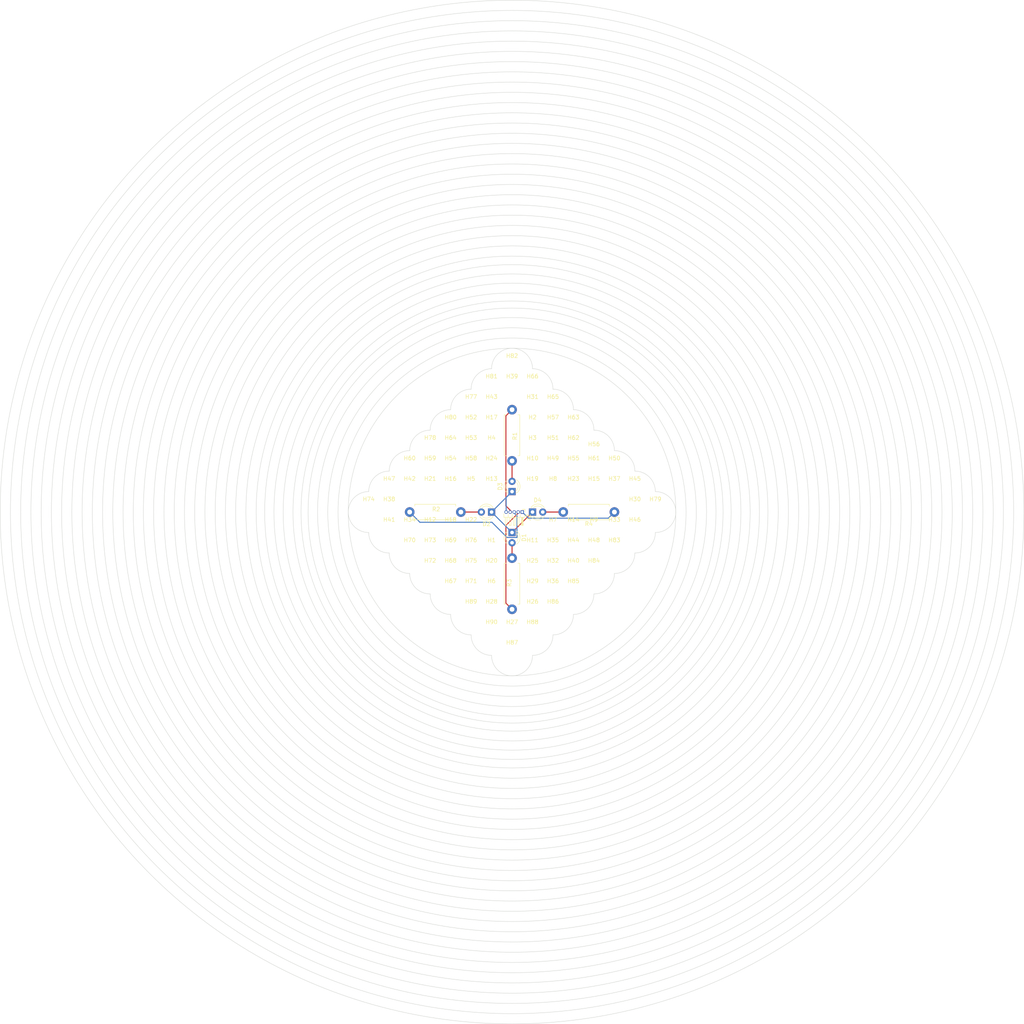
<source format=kicad_pcb>
(kicad_pcb (version 20221018) (generator pcbnew)
  (layers (0 "F.Cu" signal) (31 "B.Cu" signal) (34 "B.Paste" user) (35 "F.Paste" user) (36 "B.SilkS" user "B.Silkscreen") (37 "F.SilkS" user "F.Silkscreen") (38 "B.Mask" user) (39 "F.Mask" user) (44 "Edge.Cuts" user))
  (net 0 "")
  (net 1 "Net-(D1-K)")
  (net 2 "Net-(D1-A)")
  (net 3 "Net-(D2-A)")
  (net 4 "Net-(D3-A)")
  (net 5 "Net-(D4-A)")
  (net 6 "Net-(J2-Pin_4)")
  (net 7 "Net-(J2-Pin_3)")
  (net 8 "Net-(J2-Pin_2)")
  (net 9 "Net-(J2-Pin_1)")
  (footprint "MountingHole:MountingHole_2.2mm_M2" (layer "F.Cu") (at 129.54 71.12)
    (fp_text reference "H21" (at 0 -3.2) (layer "F.SilkS"))
    (fp_text value "MountingHole")
    (pad "" np_thru_hole circle (at 0 0) (size 2.2 2.2) (drill 2.2) (layers "*.Cu" "*.Mask"))
  )
  (footprint "MountingHole:MountingHole_2.2mm_M2" (layer "F.Cu") (at 160.02 60.96)
    (fp_text reference "H51" (at 0 -3.2) (layer "F.SilkS"))
    (fp_text value "MountingHole")
    (pad "" np_thru_hole circle (at 0 0) (size 2.2 2.2) (drill 2.2) (layers "*.Cu" "*.Mask"))
  )
  (footprint "MountingHole:MountingHole_2.2mm_M2" (layer "F.Cu") (at 165.1 81.28)
    (fp_text reference "H14" (at 0 -3.2) (layer "F.SilkS"))
    (fp_text value "MountingHole")
    (pad "" np_thru_hole circle (at 0 0) (size 2.2 2.2) (drill 2.2) (layers "*.Cu" "*.Mask"))
  )
  (footprint "MountingHole:MountingHole_2.2mm_M2" (layer "F.Cu") (at 165.1 86.36)
    (fp_text reference "H44" (at 0 -3.2) (layer "F.SilkS"))
    (fp_text value "MountingHole")
    (pad "" np_thru_hole circle (at 0 0) (size 2.2 2.2) (drill 2.2) (layers "*.Cu" "*.Mask"))
  )
  (footprint "MountingHole:MountingHole_2.2mm_M2" (layer "F.Cu") (at 144.78 106.68)
    (fp_text reference "H90" (at 0 -3.2) (layer "F.SilkS"))
    (fp_text value "MountingHole")
    (pad "" np_thru_hole circle (at 0 0) (size 2.2 2.2) (drill 2.2) (layers "*.Cu" "*.Mask"))
  )
  (footprint "MountingHole:MountingHole_2.2mm_M2" (layer "F.Cu") (at 124.46 86.36)
    (fp_text reference "H70" (at 0 -3.2) (layer "F.SilkS"))
    (fp_text value "MountingHole")
    (pad "" np_thru_hole circle (at 0 0) (size 2.2 2.2) (drill 2.2) (layers "*.Cu" "*.Mask"))
  )
  (footprint "MountingHole:MountingHole_2.2mm_M2" (layer "F.Cu") (at 170.18 60.96)
    (fp_text reference "H56" (at 0 -1.6) (layer "F.SilkS"))
    (fp_text value "MountingHole")
    (pad "" np_thru_hole circle (at 0 0) (size 2.2 2.2) (drill 2.2) (layers "*.Cu" "*.Mask"))
  )
  (footprint "MountingHole:MountingHole_2.2mm_M2" (layer "F.Cu") (at 139.7 86.36)
    (fp_text reference "H76" (at 0 -3.2) (layer "F.SilkS"))
    (fp_text value "MountingHole")
    (pad "" np_thru_hole circle (at 0 0) (size 2.2 2.2) (drill 2.2) (layers "*.Cu" "*.Mask"))
  )
  (footprint "MountingHole:MountingHole_2.2mm_M2" (layer "F.Cu") (at 124.46 71.12)
    (fp_text reference "H42" (at 0 -3.2) (layer "F.SilkS"))
    (fp_text value "MountingHole")
    (pad "" np_thru_hole circle (at 0 0) (size 2.2 2.2) (drill 2.2) (layers "*.Cu" "*.Mask"))
  )
  (footprint "MountingHole:MountingHole_2.2mm_M2" (layer "F.Cu") (at 144.78 45.72)
    (fp_text reference "H81" (at 0 -3.2) (layer "F.SilkS"))
    (fp_text value "MountingHole")
    (pad "" np_thru_hole circle (at 0 0) (size 2.2 2.2) (drill 2.2) (layers "*.Cu" "*.Mask"))
  )
  (footprint "MountingHole:MountingHole_2.2mm_M2" (layer "F.Cu") (at 134.62 55.88)
    (fp_text reference "H80" (at 0 -3.2) (layer "F.SilkS"))
    (fp_text value "MountingHole")
    (pad "" np_thru_hole circle (at 0 0) (size 2.2 2.2) (drill 2.2) (layers "*.Cu" "*.Mask"))
  )
  (footprint "MountingHole:MountingHole_2.2mm_M2" (layer "F.Cu") (at 139.7 55.88)
    (fp_text reference "H52" (at 0 -3.2) (layer "F.SilkS"))
    (fp_text value "MountingHole")
    (pad "" np_thru_hole circle (at 0 0) (size 2.2 2.2) (drill 2.2) (layers "*.Cu" "*.Mask"))
  )
  (footprint "MountingHole:MountingHole_2.2mm_M2" (layer "F.Cu") (at 154.94 50.8)
    (fp_text reference "H31" (at 0 -3.2) (layer "F.SilkS"))
    (fp_text value "MountingHole")
    (pad "" np_thru_hole circle (at 0 0) (size 2.2 2.2) (drill 2.2) (layers "*.Cu" "*.Mask"))
  )
  (footprint "LED_THT:LED_D3.0mm" (layer "F.Cu") (at 144.78 76.2 180)
    (fp_text reference "D2" (at 1.27 -2.96) (layer "F.SilkS"))
    (fp_text value "LED")
    (fp_line (start -0.29 -1.236) (end -0.29 -1.08) (stroke (width 0.12)) (layer "F.SilkS"))
    (fp_line (start -0.29 1.08) (end -0.29 1.236) (stroke (width 0.12)) (layer "F.SilkS"))
    (fp_arc (start -0.29 -1.235516) (mid 1.366487 -1.987659) (end 2.942335 -1.078608) (stroke (width 0.12)) (layer "F.SilkS"))
    (fp_arc (start 0.229039 -1.08) (mid 1.270117 -1.5) (end 2.31113 -1.079837) (stroke (width 0.12)) (layer "F.SilkS"))
    (fp_arc (start 2.31113 1.079837) (mid 1.270117 1.5) (end 0.229039 1.08) (stroke (width 0.12)) (layer "F.SilkS"))
    (fp_arc (start 2.942335 1.078608) (mid 1.366487 1.987659) (end -0.29 1.235516) (stroke (width 0.12)) (layer "F.SilkS"))
    (pad "1" thru_hole rect (at 0 0 180) (size 1.8 1.8) (drill 0.9) (layers "*.Cu" "*.Mask") (net 1 "Net-(D1-K)"))
    (pad "2" thru_hole circle (at 2.54 0 180) (size 1.8 1.8) (drill 0.9) (layers "*.Cu" "*.Mask") (net 3 "Net-(D2-A)"))
  )
  (footprint "MountingHole:MountingHole_2.2mm_M2" (layer "F.Cu") (at 149.86 45.72)
    (fp_text reference "H39" (at 0 -3.2) (layer "F.SilkS"))
    (fp_text value "MountingHole")
    (pad "" np_thru_hole circle (at 0 0) (size 2.2 2.2) (drill 2.2) (layers "*.Cu" "*.Mask"))
  )
  (footprint "MountingHole:MountingHole_2.2mm_M2" (layer "F.Cu") (at 129.54 66.04)
    (fp_text reference "H59" (at 0 -3.2) (layer "F.SilkS"))
    (fp_text value "MountingHole")
    (pad "" np_thru_hole circle (at 0 0) (size 2.2 2.2) (drill 2.2) (layers "*.Cu" "*.Mask"))
  )
  (footprint "MountingHole:MountingHole_2.2mm_M2" (layer "F.Cu") (at 175.26 86.36)
    (fp_text reference "H83" (at 0 -3.2) (layer "F.SilkS"))
    (fp_text value "MountingHole")
    (pad "" np_thru_hole circle (at 0 0) (size 2.2 2.2) (drill 2.2) (layers "*.Cu" "*.Mask"))
  )
  (footprint "MountingHole:MountingHole_2.2mm_M2" (layer "F.Cu") (at 175.26 66.04)
    (fp_text reference "H50" (at 0 -3.2) (layer "F.SilkS"))
    (fp_text value "MountingHole")
    (pad "" np_thru_hole circle (at 0 0) (size 2.2 2.2) (drill 2.2) (layers "*.Cu" "*.Mask"))
  )
  (footprint "MountingHole:MountingHole_2.2mm_M2" (layer "F.Cu") (at 154.94 101.6)
    (fp_text reference "H26" (at 0 -3.2) (layer "F.SilkS"))
    (fp_text value "MountingHole")
    (pad "" np_thru_hole circle (at 0 0) (size 2.2 2.2) (drill 2.2) (layers "*.Cu" "*.Mask"))
  )
  (footprint "MountingHole:MountingHole_2.2mm_M2" (layer "F.Cu") (at 139.7 101.6)
    (fp_text reference "H89" (at 0 -3.2) (layer "F.SilkS"))
    (fp_text value "MountingHole")
    (pad "" np_thru_hole circle (at 0 0) (size 2.2 2.2) (drill 2.2) (layers "*.Cu" "*.Mask"))
  )
  (footprint "MountingHole:MountingHole_2.2mm_M2" (layer "F.Cu") (at 144.78 101.6)
    (fp_text reference "H28" (at 0 -3.2) (layer "F.SilkS"))
    (fp_text value "MountingHole")
    (pad "" np_thru_hole circle (at 0 0) (size 2.2 2.2) (drill 2.2) (layers "*.Cu" "*.Mask"))
  )
  (footprint "MountingHole:MountingHole_2.2mm_M2" (layer "F.Cu") (at 149.86 106.68)
    (fp_text reference "H27" (at 0 -3.2) (layer "F.SilkS"))
    (fp_text value "MountingHole")
    (pad "" np_thru_hole circle (at 0 0) (size 2.2 2.2) (drill 2.2) (layers "*.Cu" "*.Mask"))
  )
  (footprint "MountingHole:MountingHole_2.2mm_M2" (layer "F.Cu") (at 119.38 71.12)
    (fp_text reference "H47" (at 0 -3.2) (layer "F.SilkS"))
    (fp_text value "MountingHole")
    (pad "" np_thru_hole circle (at 0 0) (size 2.2 2.2) (drill 2.2) (layers "*.Cu" "*.Mask"))
  )
  (footprint "MountingHole:MountingHole_2.2mm_M2" (layer "F.Cu") (at 129.54 91.44)
    (fp_text reference "H72" (at 0 -3.2) (layer "F.SilkS"))
    (fp_text value "MountingHole")
    (pad "" np_thru_hole circle (at 0 0) (size 2.2 2.2) (drill 2.2) (layers "*.Cu" "*.Mask"))
  )
  (footprint "MountingHole:MountingHole_2.2mm_M2" (layer "F.Cu") (at 144.78 60.96)
    (fp_text reference "H4" (at 0 -3.2) (layer "F.SilkS"))
    (fp_text value "MountingHole")
    (pad "" np_thru_hole circle (at 0 0) (size 2.2 2.2) (drill 2.2) (layers "*.Cu" "*.Mask"))
  )
  (footprint "Resistor_THT:R_Axial_DIN0411_L9.9mm_D3.6mm_P12.70mm_Horizontal" (layer "F.Cu") (at 149.86 100.33 90)
    (fp_text reference "R3" (at 6.57 -0.7 90) (layer "F.SilkS"))
    (fp_text value "R")
    (fp_line (start 1.28 -1.92) (end 11.42 -1.92) (stroke (width 0.12)) (layer "F.SilkS"))
    (fp_line (start 1.28 -1.44) (end 1.28 -1.92) (stroke (width 0.12)) (layer "F.SilkS"))
    (fp_line (start 1.28 1.44) (end 1.28 1.92) (stroke (width 0.12)) (layer "F.SilkS"))
    (fp_line (start 1.28 1.92) (end 11.42 1.92) (stroke (width 0.12)) (layer "F.SilkS"))
    (fp_line (start 11.42 -1.92) (end 11.42 -1.44) (stroke (width 0.12)) (layer "F.SilkS"))
    (fp_line (start 11.42 1.92) (end 11.42 1.44) (stroke (width 0.12)) (layer "F.SilkS"))
    (pad "1" thru_hole circle (at 0 0 90) (size 2.4 2.4) (drill 1.2) (layers "*.Cu" "*.Mask") (net 8 "Net-(J2-Pin_2)"))
    (pad "2" thru_hole oval (at 12.7 0 90) (size 2.4 2.4) (drill 1.2) (layers "*.Cu" "*.Mask") (net 2 "Net-(D1-A)"))
  )
  (footprint "MountingHole:MountingHole_2.2mm_M2" (layer "F.Cu") (at 139.7 71.12)
    (fp_text reference "H5" (at 0 -3.2) (layer "F.SilkS"))
    (fp_text value "MountingHole")
    (pad "" np_thru_hole circle (at 0 0) (size 2.2 2.2) (drill 2.2) (layers "*.Cu" "*.Mask"))
  )
  (footprint "MountingHole:MountingHole_2.2mm_M2" (layer "F.Cu") (at 139.7 81.28)
    (fp_text reference "H22" (at 0 -3.2) (layer "F.SilkS"))
    (fp_text value "MountingHole")
    (pad "" np_thru_hole circle (at 0 0) (size 2.2 2.2) (drill 2.2) (layers "*.Cu" "*.Mask"))
  )
  (footprint "MountingHole:MountingHole_2.2mm_M2" (layer "F.Cu") (at 170.18 86.36)
    (fp_text reference "H48" (at 0 -3.2) (layer "F.SilkS"))
    (fp_text value "MountingHole")
    (pad "" np_thru_hole circle (at 0 0) (size 2.2 2.2) (drill 2.2) (layers "*.Cu" "*.Mask"))
  )
  (footprint "MountingHole:MountingHole_2.2mm_M2" (layer "F.Cu") (at 139.7 91.44)
    (fp_text reference "H75" (at 0 -3.2) (layer "F.SilkS"))
    (fp_text value "MountingHole")
    (pad "" np_thru_hole circle (at 0 0) (size 2.2 2.2) (drill 2.2) (layers "*.Cu" "*.Mask"))
  )
  (footprint "MountingHole:MountingHole_2.2mm_M2" (layer "F.Cu") (at 160.02 91.44)
    (fp_text reference "H32" (at 0 -3.2) (layer "F.SilkS"))
    (fp_text value "MountingHole")
    (pad "" np_thru_hole circle (at 0 0) (size 2.2 2.2) (drill 2.2) (layers "*.Cu" "*.Mask"))
  )
  (footprint "MountingHole:MountingHole_2.2mm_M2" (layer "F.Cu") (at 134.62 86.36)
    (fp_text reference "H69" (at 0 -3.2) (layer "F.SilkS"))
    (fp_text value "MountingHole")
    (pad "" np_thru_hole circle (at 0 0) (size 2.2 2.2) (drill 2.2) (layers "*.Cu" "*.Mask"))
  )
  (footprint "MountingHole:MountingHole_2.2mm_M2" (layer "F.Cu") (at 160.02 55.88)
    (fp_text reference "H57" (at 0 -3.2) (layer "F.SilkS"))
    (fp_text value "MountingHole")
    (pad "" np_thru_hole circle (at 0 0) (size 2.2 2.2) (drill 2.2) (layers "*.Cu" "*.Mask"))
  )
  (footprint "MountingHole:MountingHole_2.2mm_M2" (layer "F.Cu") (at 139.7 96.52)
    (fp_text reference "H71" (at 0 -3.2) (layer "F.SilkS"))
    (fp_text value "MountingHole")
    (pad "" np_thru_hole circle (at 0 0) (size 2.2 2.2) (drill 2.2) (layers "*.Cu" "*.Mask"))
  )
  (footprint "MountingHole:MountingHole_2.2mm_M2" (layer "F.Cu") (at 154.94 106.68)
    (fp_text reference "H88" (at 0 -3.2) (layer "F.SilkS"))
    (fp_text value "MountingHole")
    (pad "" np_thru_hole circle (at 0 0) (size 2.2 2.2) (drill 2.2) (layers "*.Cu" "*.Mask"))
  )
  (footprint "MountingHole:MountingHole_2.2mm_M2" (layer "F.Cu") (at 129.54 81.28)
    (fp_text reference "H12" (at 0 -3.2) (layer "F.SilkS"))
    (fp_text value "MountingHole")
    (pad "" np_thru_hole circle (at 0 0) (size 2.2 2.2) (drill 2.2) (layers "*.Cu" "*.Mask"))
  )
  (footprint "MountingHole:MountingHole_2.2mm_M2" (layer "F.Cu") (at 180.34 76.2)
    (fp_text reference "H30" (at 0 -3.2) (layer "F.SilkS"))
    (fp_text value "MountingHole")
    (pad "" np_thru_hole circle (at 0 0) (size 2.2 2.2) (drill 2.2) (layers "*.Cu" "*.Mask"))
  )
  (footprint "MountingHole:MountingHole_2.2mm_M2" (layer "F.Cu") (at 154.94 55.88)
    (fp_text reference "H2" (at 0 -3.2) (layer "F.SilkS"))
    (fp_text value "MountingHole")
    (pad "" np_thru_hole circle (at 0 0) (size 2.2 2.2) (drill 2.2) (layers "*.Cu" "*.Mask"))
  )
  (footprint "MountingHole:MountingHole_2.2mm_M2" (layer "F.Cu") (at 170.18 91.44)
    (fp_text reference "H84" (at 0 -3.2) (layer "F.SilkS"))
    (fp_text value "MountingHole")
    (pad "" np_thru_hole circle (at 0 0) (size 2.2 2.2) (drill 2.2) (layers "*.Cu" "*.Mask"))
  )
  (footprint "MountingHole:MountingHole_2.2mm_M2" (layer "F.Cu") (at 175.26 81.28)
    (fp_text reference "H33" (at 0 -3.2) (layer "F.SilkS"))
    (fp_text value "MountingHole")
    (pad "" np_thru_hole circle (at 0 0) (size 2.2 2.2) (drill 2.2) (layers "*.Cu" "*.Mask"))
  )
  (footprint "MountingHole:MountingHole_2.2mm_M2" (layer "F.Cu") (at 160.02 101.6)
    (fp_text reference "H86" (at 0 -3.2) (layer "F.SilkS"))
    (fp_text value "MountingHole")
    (pad "" np_thru_hole circle (at 0 0) (size 2.2 2.2) (drill 2.2) (layers "*.Cu" "*.Mask"))
  )
  (footprint "MountingHole:MountingHole_2.2mm_M2" (layer "F.Cu") (at 154.94 66.04)
    (fp_text reference "H10" (at 0 -3.2) (layer "F.SilkS"))
    (fp_text value "MountingHole")
    (pad "" np_thru_hole circle (at 0 0) (size 2.2 2.2) (drill 2.2) (layers "*.Cu" "*.Mask"))
  )
  (footprint "MountingHole:MountingHole_2.2mm_M2" (layer "F.Cu") (at 114.3 76.2)
    (fp_text reference "H74" (at 0 -3.2) (layer "F.SilkS"))
    (fp_text value "MountingHole")
    (pad "" np_thru_hole circle (at 0 0) (size 2.2 2.2) (drill 2.2) (layers "*.Cu" "*.Mask"))
  )
  (footprint "MountingHole:MountingHole_2.2mm_M2" (layer "F.Cu") (at 160.02 86.36)
    (fp_text reference "H35" (at 0 -3.2) (layer "F.SilkS"))
    (fp_text value "MountingHole")
    (pad "" np_thru_hole circle (at 0 0) (size 2.2 2.2) (drill 2.2) (layers "*.Cu" "*.Mask"))
  )
  (footprint "MountingHole:MountingHole_2.2mm_M2" (layer "F.Cu") (at 119.38 81.28)
    (fp_text reference "H41" (at 0 -3.2) (layer "F.SilkS"))
    (fp_text value "MountingHole")
    (pad "" np_thru_hole circle (at 0 0) (size 2.2 2.2) (drill 2.2) (layers "*.Cu" "*.Mask"))
  )
  (footprint "MountingHole:MountingHole_2.2mm_M2" (layer "F.Cu") (at 144.78 66.04)
    (fp_text reference "H24" (at 0 -3.2) (layer "F.SilkS"))
    (fp_text value "MountingHole")
    (pad "" np_thru_hole circle (at 0 0) (size 2.2 2.2) (drill 2.2) (layers "*.Cu" "*.Mask"))
  )
  (footprint "MountingHole:MountingHole_2.2mm_M2" (layer "F.Cu") (at 165.1 71.12)
    (fp_text reference "H23" (at 0 -3.2) (layer "F.SilkS"))
    (fp_text value "MountingHole")
    (pad "" np_thru_hole circle (at 0 0) (size 2.2 2.2) (drill 2.2) (layers "*.Cu" "*.Mask"))
  )
  (footprint "MountingHole:MountingHole_2.2mm_M2" (layer "F.Cu") (at 170.18 81.28)
    (fp_text reference "H9" (at 0 -3.2) (layer "F.SilkS"))
    (fp_text value "MountingHole")
    (pad "" np_thru_hole circle (at 0 0) (size 2.2 2.2) (drill 2.2) (layers "*.Cu" "*.Mask"))
  )
  (footprint "MountingHole:MountingHole_2.2mm_M2" (layer "F.Cu") (at 154.94 86.36)
    (fp_text reference "H11" (at 0 -3.2) (layer "F.SilkS"))
    (fp_text value "MountingHole")
    (pad "" np_thru_hole circle (at 0 0) (size 2.2 2.2) (drill 2.2) (layers "*.Cu" "*.Mask"))
  )
  (footprint "MountingHole:MountingHole_2.2mm_M2" (layer "F.Cu") (at 160.02 96.52)
    (fp_text reference "H36" (at 0 -3.2) (layer "F.SilkS"))
    (fp_text value "MountingHole")
    (pad "" np_thru_hole circle (at 0 0) (size 2.2 2.2) (drill 2.2) (layers "*.Cu" "*.Mask"))
  )
  (footprint "MountingHole:MountingHole_2.2mm_M2" (layer "F.Cu") (at 119.38 76.2)
    (fp_text reference "H38" (at 0 -3.2) (layer "F.SilkS"))
    (fp_text value "MountingHole")
    (pad "" np_thru_hole circle (at 0 0) (size 2.2 2.2) (drill 2.2) (layers "*.Cu" "*.Mask"))
  )
  (footprint "MountingHole:MountingHole_2.2mm_M2" (layer "F.Cu") (at 149.86 40.64)
    (fp_text reference "H82" (at 0 -3.2) (layer "F.SilkS"))
    (fp_text value "MountingHole")
    (pad "" np_thru_hole circle (at 0 0) (size 2.2 2.2) (drill 2.2) (layers "*.Cu" "*.Mask"))
  )
  (footprint "MountingHole:MountingHole_2.2mm_M2" (layer "F.Cu") (at 134.62 96.52)
    (fp_text reference "H67" (at 0 -3.2) (layer "F.SilkS"))
    (fp_text value "MountingHole")
    (pad "" np_thru_hole circle (at 0 0) (size 2.2 2.2) (drill 2.2) (layers "*.Cu" "*.Mask"))
  )
  (footprint "MountingHole:MountingHole_2.2mm_M2" (layer "F.Cu") (at 160.02 50.8)
    (fp_text reference "H65" (at 0 -3.2) (layer "F.SilkS"))
    (fp_text value "MountingHole")
    (pad "" np_thru_hole circle (at 0 0) (size 2.2 2.2) (drill 2.2) (layers "*.Cu" "*.Mask"))
  )
  (footprint "MountingHole:MountingHole_2.2mm_M2" (layer "F.Cu") (at 154.94 71.12)
    (fp_text reference "H19" (at 0 -3.2) (layer "F.SilkS"))
    (fp_text value "MountingHole")
    (pad "" np_thru_hole circle (at 0 0) (size 2.2 2.2) (drill 2.2) (layers "*.Cu" "*.Mask"))
  )
  (footprint "MountingHole:MountingHole_2.2mm_M2" (layer "F.Cu") (at 160.02 71.12)
    (fp_text reference "H8" (at 0 -3.2) (layer "F.SilkS"))
    (fp_text value "MountingHole")
    (pad "" np_thru_hole circle (at 0 0) (size 2.2 2.2) (drill 2.2) (layers "*.Cu" "*.Mask"))
  )
  (footprint "Connector_PinHeader_1.00mm:PinHeader_1x05_P1.00mm_Horizontal" (layer "F.Cu") (at 152.4 76.2 -90)
    (fp_text reference "J2" (at 1.375 -1.5 90) (layer "F.SilkS"))
    (fp_text value "Conn_01x05")
    (fp_line (start -0.685 -0.685) (end 0 -0.685) (stroke (width 0.12)) (layer "F.SilkS"))
    (fp_line (start -0.685 0) (end -0.685 -0.685) (stroke (width 0.12)) (layer "F.SilkS"))
    (fp_line (start 0.468215 1.5) (end 1.31 1.5) (stroke (width 0.12)) (layer "F.SilkS"))
    (fp_line (start 0.468215 2.5) (end 1.31 2.5) (stroke (width 0.12)) (layer "F.SilkS"))
    (fp_line (start 0.468215 3.5) (end 1.31 3.5) (stroke (width 0.12)) (layer "F.SilkS"))
    (fp_line (start 0.685 -0.56) (end 1.31 -0.56) (stroke (width 0.12)) (layer "F.SilkS"))
    (fp_line (start 0.685 0.5) (end 1.31 0.5) (stroke (width 0.12)) (layer "F.SilkS"))
    (fp_line (start 1.31 -0.56) (end 1.31 4.56) (stroke (width 0.12)) (layer "F.SilkS"))
    (fp_line (start 1.31 -0.21) (end 3.31 -0.21) (stroke (width 0.12)) (layer "F.SilkS"))
    (fp_line (start 1.31 -0.15) (end 3.31 -0.15) (stroke (width 0.12)) (layer "F.SilkS"))
    (fp_line (start 1.31 -0.03) (end 3.31 -0.03) (stroke (width 0.12)) (layer "F.SilkS"))
    (fp_line (start 1.31 0.09) (end 3.31 0.09) (stroke (width 0.12)) (layer "F.SilkS"))
    (fp_line (start 1.31 0.79) (end 3.31 0.79) (stroke (width 0.12)) (layer "F.SilkS"))
    (fp_line (start 1.31 1.79) (end 3.31 1.79) (stroke (width 0.12)) (layer "F.SilkS"))
    (fp_line (start 1.31 2.79) (end 3.31 2.79) (stroke (width 0.12)) (layer "F.SilkS"))
    (fp_line (start 1.31 3.79) (end 3.31 3.79) (stroke (width 0.12)) (layer "F.SilkS"))
    (fp_line (start 1.31 4.56) (end 0.394493 4.56) (stroke (width 0.12)) (layer "F.SilkS"))
    (fp_line (start 3.31 -0.21) (end 3.31 0.21) (stroke (width 0.12)) (layer "F.SilkS"))
    (fp_line (start 3.31 0.21) (end 1.31 0.21) (stroke (width 0.12)) (layer "F.SilkS"))
    (fp_line (start 3.31 0.79) (end 3.31 1.21) (stroke (width 0.12)) (layer "F.SilkS"))
    (fp_line (start 3.31 1.21) (end 1.31 1.21) (stroke (width 0.12)) (layer "F.SilkS"))
    (fp_line (start 3.31 1.79) (end 3.31 2.21) (stroke (width 0.12)) (layer "F.SilkS"))
    (fp_line (start 3.31 2.21) (end 1.31 2.21) (stroke (width 0.12)) (layer "F.SilkS"))
    (fp_line (start 3.31 2.79) (end 3.31 3.21) (stroke (width 0.12)) (layer "F.SilkS"))
    (fp_line (start 3.31 3.21) (end 1.31 3.21) (stroke (width 0.12)) (layer "F.SilkS"))
    (fp_line (start 3.31 3.79) (end 3.31 4.21) (stroke (width 0.12)) (layer "F.SilkS"))
    (fp_line (start 3.31 4.21) (end 1.31 4.21) (stroke (width 0.12)) (layer "F.SilkS"))
    (pad "1" thru_hole rect (at 0 0 270) (size 0.85 0.85) (drill 0.5) (layers "*.Cu" "*.Mask") (net 9 "Net-(J2-Pin_1)"))
    (pad "2" thru_hole oval (at 0 1 270) (size 0.85 0.85) (drill 0.5) (layers "*.Cu" "*.Mask") (net 8 "Net-(J2-Pin_2)"))
    (pad "3" thru_hole oval (at 0 2 270) (size 0.85 0.85) (drill 0.5) (layers "*.Cu" "*.Mask") (net 7 "Net-(J2-Pin_3)"))
    (pad "4" thru_hole oval (at 0 3 270) (size 0.85 0.85) (drill 0.5) (layers "*.Cu" "*.Mask") (net 6 "Net-(J2-Pin_4)"))
    (pad "5" thru_hole oval (at 0 4 270) (size 0.85 0.85) (drill 0.5) (layers "*.Cu" "*.Mask") (net 1 "Net-(D1-K)"))
  )
  (footprint "MountingHole:MountingHole_2.2mm_M2" (layer "F.Cu") (at 175.26 71.12)
    (fp_text reference "H37" (at 0 -3.2) (layer "F.SilkS"))
    (fp_text value "MountingHole")
    (pad "" np_thru_hole circle (at 0 0) (size 2.2 2.2) (drill 2.2) (layers "*.Cu" "*.Mask"))
  )
  (footprint "MountingHole:MountingHole_2.2mm_M2" (layer "F.Cu") (at 144.78 55.88)
    (fp_text reference "H17" (at 0 -3.2) (layer "F.SilkS"))
    (fp_text value "MountingHole")
    (pad "" np_thru_hole circle (at 0 0) (size 2.2 2.2) (drill 2.2) (layers "*.Cu" "*.Mask"))
  )
  (footprint "MountingHole:MountingHole_2.2mm_M2" (layer "F.Cu") (at 134.62 60.96)
    (fp_text reference "H64" (at 0 -3.2) (layer "F.SilkS"))
    (fp_text value "MountingHole")
    (pad "" np_thru_hole circle (at 0 0) (size 2.2 2.2) (drill 2.2) (layers "*.Cu" "*.Mask"))
  )
  (footprint "MountingHole:MountingHole_2.2mm_M2" (layer "F.Cu") (at 180.34 81.28)
    (fp_text reference "H46" (at 0 -3.2) (layer "F.SilkS"))
    (fp_text value "MountingHole")
    (pad "" np_thru_hole circle (at 0 0) (size 2.2 2.2) (drill 2.2) (layers "*.Cu" "*.Mask"))
  )
  (footprint "MountingHole:MountingHole_2.2mm_M2" (layer "F.Cu") (at 165.1 66.04)
    (fp_text reference "H55" (at 0 -3.2) (layer "F.SilkS"))
    (fp_text value "MountingHole")
    (pad "" np_thru_hole circle (at 0 0) (size 2.2 2.2) (drill 2.2) (layers "*.Cu" "*.Mask"))
  )
  (footprint "MountingHole:MountingHole_2.2mm_M2" (layer "F.Cu") (at 134.62 71.12)
    (fp_text reference "H16" (at 0 -3.2) (layer "F.SilkS"))
    (fp_text value "MountingHole")
    (pad "" np_thru_hole circle (at 0 0) (size 2.2 2.2) (drill 2.2) (layers "*.Cu" "*.Mask"))
  )
  (footprint "MountingHole:MountingHole_2.2mm_M2" (layer "F.Cu") (at 165.1 60.96)
    (fp_text reference "H62" (at 0 -3.2) (layer "F.SilkS"))
    (fp_text value "MountingHole")
    (pad "" np_thru_hole circle (at 0 0) (size 2.2 2.2) (drill 2.2) (layers "*.Cu" "*.Mask"))
  )
  (footprint "MountingHole:MountingHole_2.2mm_M2" (layer "F.Cu") (at 165.1 91.44)
    (fp_text reference "H40" (at 0 -3.2) (layer "F.SilkS"))
    (fp_text value "MountingHole")
    (pad "" np_thru_hole circle (at 0 0) (size 2.2 2.2) (drill 2.2) (layers "*.Cu" "*.Mask"))
  )
  (footprint "MountingHole:MountingHole_2.2mm_M2" (layer "F.Cu") (at 139.7 66.04)
    (fp_text reference "H58" (at 0 -3.2) (layer "F.SilkS"))
    (fp_text value "MountingHole")
    (pad "" np_thru_hole circle (at 0 0) (size 2.2 2.2) (drill 2.2) (layers "*.Cu" "*.Mask"))
  )
  (footprint "MountingHole:MountingHole_2.2mm_M2" (layer "F.Cu") (at 144.78 50.8)
    (fp_text reference "H43" (at 0 -3.2) (layer "F.SilkS"))
    (fp_text value "MountingHole")
    (pad "" np_thru_hole circle (at 0 0) (size 2.2 2.2) (drill 2.2) (layers "*.Cu" "*.Mask"))
  )
  (footprint "Resistor_THT:R_Axial_DIN0411_L9.9mm_D3.6mm_P12.70mm_Horizontal" (layer "F.Cu") (at 175.26 76.2 180)
    (fp_text reference "R4" (at 6.35 -2.92) (layer "F.SilkS"))
    (fp_text value "R")
    (fp_line (start 1.28 -1.92) (end 11.42 -1.92) (stroke (width 0.12)) (layer "F.SilkS"))
    (fp_line (start 1.28 -1.44) (end 1.28 -1.92) (stroke (width 0.12)) (layer "F.SilkS"))
    (fp_line (start 1.28 1.44) (end 1.28 1.92) (stroke (width 0.12)) (layer "F.SilkS"))
    (fp_line (start 1.28 1.92) (end 11.42 1.92) (stroke (width 0.12)) (layer "F.SilkS"))
    (fp_line (start 11.42 -1.92) (end 11.42 -1.44) (stroke (width 0.12)) (layer "F.SilkS"))
    (fp_line (start 11.42 1.92) (end 11.42 1.44) (stroke (width 0.12)) (layer "F.SilkS"))
    (pad "1" thru_hole circle (at 0 0 180) (size 2.4 2.4) (drill 1.2) (layers "*.Cu" "*.Mask") (net 9 "Net-(J2-Pin_1)"))
    (pad "2" thru_hole oval (at 12.7 0 180) (size 2.4 2.4) (drill 1.2) (layers "*.Cu" "*.Mask") (net 5 "Net-(D4-A)"))
  )
  (footprint "MountingHole:MountingHole_2.2mm_M2" (layer "F.Cu") (at 154.94 91.44)
    (fp_text reference "H25" (at 0 -3.2) (layer "F.SilkS"))
    (fp_text value "MountingHole")
    (pad "" np_thru_hole circle (at 0 0) (size 2.2 2.2) (drill 2.2) (layers "*.Cu" "*.Mask"))
  )
  (footprint "MountingHole:MountingHole_2.2mm_M2" (layer "F.Cu") (at 180.34 71.12)
    (fp_text reference "H45" (at 0 -3.2) (layer "F.SilkS"))
    (fp_text value "MountingHole")
    (pad "" np_thru_hole circle (at 0 0) (size 2.2 2.2) (drill 2.2) (layers "*.Cu" "*.Mask"))
  )
  (footprint "LED_THT:LED_D3.0mm" (layer "F.Cu") (at 154.94 76.2)
    (fp_text reference "D4" (at 1.27 -2.96) (layer "F.SilkS"))
    (fp_text value "LED")
    (fp_line (start -0.29 -1.236) (end -0.29 -1.08) (stroke (width 0.12)) (layer "F.SilkS"))
    (fp_line (start -0.29 1.08) (end -0.29 1.236) (stroke (width 0.12)) (layer "F.SilkS"))
    (fp_arc (start -0.29 -1.235516) (mid 1.366487 -1.987659) (end 2.942335 -1.078608) (stroke (width 0.12)) (layer "F.SilkS"))
    (fp_arc (start 0.229039 -1.08) (mid 1.270117 -1.5) (end 2.31113 -1.079837) (stroke (width 0.12)) (layer "F.SilkS"))
    (fp_arc (start 2.31113 1.079837) (mid 1.270117 1.5) (end 0.229039 1.08) (stroke (width 0.12)) (layer "F.SilkS"))
    (fp_arc (start 2.942335 1.078608) (mid 1.366487 1.987659) (end -0.29 1.235516) (stroke (width 0.12)) (layer "F.SilkS"))
    (pad "1" thru_hole rect (at 0 0) (size 1.8 1.8) (drill 0.9) (layers "*.Cu" "*.Mask") (net 1 "Net-(D1-K)"))
    (pad "2" thru_hole circle (at 2.54 0) (size 1.8 1.8) (drill 0.9) (layers "*.Cu" "*.Mask") (net 5 "Net-(D4-A)"))
  )
  (footprint "MountingHole:MountingHole_2.2mm_M2" (layer "F.Cu") (at 124.46 81.28)
    (fp_text reference "H34" (at 0 -3.2) (layer "F.SilkS"))
    (fp_text value "MountingHole")
    (pad "" np_thru_hole circle (at 0 0) (size 2.2 2.2) (drill 2.2) (layers "*.Cu" "*.Mask"))
  )
  (footprint "LED_THT:LED_D3.0mm" (layer "F.Cu") (at 149.86 71.12 90)
    (fp_text reference "D3" (at 1.27 -2.96 90) (layer "F.SilkS"))
    (fp_text value "LED")
    (fp_line (start -0.29 -1.236) (end -0.29 -1.08) (stroke (width 0.12)) (layer "F.SilkS"))
    (fp_line (start -0.29 1.08) (end -0.29 1.236) (stroke (width 0.12)) (layer "F.SilkS"))
    (fp_arc (start -0.29 -1.235516) (mid 1.366487 -1.987659) (end 2.942335 -1.078608) (stroke (width 0.12)) (layer "F.SilkS"))
    (fp_arc (start 0.229039 -1.08) (mid 1.270117 -1.5) (end 2.31113 -1.079837) (stroke (width 0.12)) (layer "F.SilkS"))
    (fp_arc (start 2.31113 1.079837) (mid 1.270117 1.5) (end 0.229039 1.08) (stroke (width 0.12)) (layer "F.SilkS"))
    (fp_arc (start 2.942335 1.078608) (mid 1.366487 1.987659) (end -0.29 1.235516) (stroke (width 0.12)) (layer "F.SilkS"))
    (pad "1" thru_hole rect (at 0 0 90) (size 1.8 1.8) (drill 0.9) (layers "*.Cu" "*.Mask") (net 1 "Net-(D1-K)"))
    (pad "2" thru_hole circle (at 2.54 0 90) (size 1.8 1.8) (drill 0.9) (layers "*.Cu" "*.Mask") (net 4 "Net-(D3-A)"))
  )
  (footprint "MountingHole:MountingHole_2.2mm_M2" (layer "F.Cu") (at 170.18 66.04)
    (fp_text reference "H61" (at 0 -3.2) (layer "F.SilkS"))
    (fp_text value "MountingHole")
    (pad "" np_thru_hole circle (at 0 0) (size 2.2 2.2) (drill 2.2) (layers "*.Cu" "*.Mask"))
  )
  (footprint "MountingHole:MountingHole_2.2mm_M2" (layer "F.Cu") (at 144.78 96.52)
    (fp_text reference "H6" (at 0 -3.2) (layer "F.SilkS"))
    (fp_text value "MountingHole")
    (pad "" np_thru_hole circle (at 0 0) (size 2.2 2.2) (drill 2.2) (layers "*.Cu" "*.Mask"))
  )
  (footprint "MountingHole:MountingHole_2.2mm_M2" (layer "F.Cu") (at 139.7 60.96)
    (fp_text reference "H53" (at 0 -3.2) (layer "F.SilkS"))
    (fp_text value "MountingHole")
    (pad "" np_thru_hole circle (at 0 0) (size 2.2 2.2) (drill 2.2) (layers "*.Cu" "*.Mask"))
  )
  (footprint "MountingHole:MountingHole_2.2mm_M2" (layer "F.Cu") (at 154.94 45.72)
    (fp_text reference "H66" (at 0 -3.2) (layer "F.SilkS"))
    (fp_text value "MountingHole")
    (pad "" np_thru_hole circle (at 0 0) (size 2.2 2.2) (drill 2.2) (layers "*.Cu" "*.Mask"))
  )
  (footprint "Resistor_THT:R_Axial_DIN0411_L9.9mm_D3.6mm_P12.70mm_Horizontal" (layer "F.Cu") (at 124.46 76.2)
    (fp_text reference "R2" (at 6.57 -0.7) (layer "F.SilkS"))
    (fp_text value "R")
    (fp_line (start 1.28 -1.92) (end 11.42 -1.92) (stroke (width 0.12)) (layer "F.SilkS"))
    (fp_line (start 1.28 -1.44) (end 1.28 -1.92) (stroke (width 0.12)) (layer "F.SilkS"))
    (fp_line (start 1.28 1.44) (end 1.28 1.92) (stroke (width 0.12)) (layer "F.SilkS"))
    (fp_line (start 1.28 1.92) (end 11.42 1.92) (stroke (width 0.12)) (layer "F.SilkS"))
    (fp_line (start 11.42 -1.92) (end 11.42 -1.44) (stroke (width 0.12)) (layer "F.SilkS"))
    (fp_line (start 11.42 1.92) (end 11.42 1.44) (stroke (width 0.12)) (layer "F.SilkS"))
    (pad "1" thru_hole circle (at 0 0) (size 2.4 2.4) (drill 1.2) (layers "*.Cu" "*.Mask") (net 7 "Net-(J2-Pin_3)"))
    (pad "2" thru_hole oval (at 12.7 0) (size 2.4 2.4) (drill 1.2) (layers "*.Cu" "*.Mask") (net 3 "Net-(D2-A)"))
  )
  (footprint "MountingHole:MountingHole_2.2mm_M2" (layer "F.Cu") (at 154.94 60.96)
    (fp_text reference "H3" (at 0 -3.2) (layer "F.SilkS"))
    (fp_text value "MountingHole")
    (pad "" np_thru_hole circle (at 0 0) (size 2.2 2.2) (drill 2.2) (layers "*.Cu" "*.Mask"))
  )
  (footprint "MountingHole:MountingHole_2.2mm_M2" (layer "F.Cu") (at 165.1 96.52)
    (fp_text reference "H85" (at 0 -3.2) (layer "F.SilkS"))
    (fp_text value "MountingHole")
    (pad "" np_thru_hole circle (at 0 0) (size 2.2 2.2) (drill 2.2) (layers "*.Cu" "*.Mask"))
  )
  (footprint "MountingHole:MountingHole_2.2mm_M2" (layer "F.Cu") (at 144.78 91.44)
    (fp_text reference "H20" (at 0 -3.2) (layer "F.SilkS"))
    (fp_text value "MountingHole")
    (pad "" np_thru_hole circle (at 0 0) (size 2.2 2.2) (drill 2.2) (layers "*.Cu" "*.Mask"))
  )
  (footprint "MountingHole:MountingHole_2.2mm_M2" (layer "F.Cu") (at 144.78 86.36)
    (fp_text reference "H1" (at 0 -3.2) (layer "F.SilkS"))
    (fp_text value "MountingHole")
    (pad "" np_thru_hole circle (at 0 0) (size 2.2 2.2) (drill 2.2) (layers "*.Cu" "*.Mask"))
  )
  (footprint "MountingHole:MountingHole_2.2mm_M2" (layer "F.Cu") (at 185.42 76.2)
    (fp_text reference "H79" (at 0 -3.2) (layer "F.SilkS"))
    (fp_text value "MountingHole")
    (pad "" np_thru_hole circle (at 0 0) (size 2.2 2.2) (drill 2.2) (layers "*.Cu" "*.Mask"))
  )
  (footprint "MountingHole:MountingHole_2.2mm_M2" (layer "F.Cu") (at 165.1 55.88)
    (fp_text reference "H63" (at 0 -3.2) (layer "F.SilkS"))
    (fp_text value "MountingHole")
    (pad "" np_thru_hole circle (at 0 0) (size 2.2 2.2) (drill 2.2) (layers "*.Cu" "*.Mask"))
  )
  (footprint "MountingHole:MountingHole_2.2mm_M2" (layer "F.Cu") (at 134.62 81.28)
    (fp_text reference "H18" (at 0 -3.2) (layer "F.SilkS"))
    (fp_text value "MountingHole")
    (pad "" np_thru_hole circle (at 0 0) (size 2.2 2.2) (drill 2.2) (layers "*.Cu" "*.Mask"))
  )
  (footprint "MountingHole:MountingHole_2.2mm_M2" (layer "F.Cu") (at 160.02 81.28)
    (fp_text reference "H7" (at 0 -3.2) (layer "F.SilkS"))
    (fp_text value "MountingHole")
    (pad "" np_thru_hole circle (at 0 0) (size 2.2 2.2) (drill 2.2) (layers "*.Cu" "*.Mask"))
  )
  (footprint "LED_THT:LED_D3.0mm" (layer "F.Cu") (at 149.86 81.28 -90)
    (fp_text reference "D1" (at 1.27 -2.96 90) (layer "F.SilkS"))
    (fp_text value "LED")
    (fp_line (start -0.29 -1.236) (end -0.29 -1.08) (stroke (width 0.12)) (layer "F.SilkS"))
    (fp_line (start -0.29 1.08) (end -0.29 1.236) (stroke (width 0.12)) (layer "F.SilkS"))
    (fp_arc (start -0.29 -1.235516) (mid 1.366487 -1.987659) (end 2.942335 -1.078608) (stroke (width 0.12)) (layer "F.SilkS"))
    (fp_arc (start 0.229039 -1.08) (mid 1.270117 -1.5) (end 2.31113 -1.079837) (stroke (width 0.12)) (layer "F.SilkS"))
    (fp_arc (start 2.31113 1.079837) (mid 1.270117 1.5) (end 0.229039 1.08) (stroke (width 0.12)) (layer "F.SilkS"))
    (fp_arc (start 2.942335 1.078608) (mid 1.366487 1.987659) (end -0.29 1.235516) (stroke (width 0.12)) (layer "F.SilkS"))
    (pad "1" thru_hole rect (at 0 0 270) (size 1.8 1.8) (drill 0.9) (layers "*.Cu" "*.Mask") (net 1 "Net-(D1-K)"))
    (pad "2" thru_hole circle (at 2.54 0 270) (size 1.8 1.8) (drill 0.9) (layers "*.Cu" "*.Mask") (net 2 "Net-(D1-A)"))
  )
  (footprint "MountingHole:MountingHole_2.2mm_M2" (layer "F.Cu") (at 149.86 111.76)
    (fp_text reference "H87" (at 0 -3.2) (layer "F.SilkS"))
    (fp_text value "MountingHole")
    (pad "" np_thru_hole circle (at 0 0) (size 2.2 2.2) (drill 2.2) (layers "*.Cu" "*.Mask"))
  )
  (footprint "MountingHole:MountingHole_2.2mm_M2" (layer "F.Cu") (at 144.78 71.12)
    (fp_text reference "H13" (at 0 -3.2) (layer "F.SilkS"))
    (fp_text value "MountingHole")
    (pad "" np_thru_hole circle (at 0 0) (size 2.2 2.2) (drill 2.2) (layers "*.Cu" "*.Mask"))
  )
  (footprint "MountingHole:MountingHole_2.2mm_M2" (layer "F.Cu") (at 129.54 60.96)
    (fp_text reference "H78" (at 0 -3.2) (layer "F.SilkS"))
    (fp_text value "MountingHole")
    (pad "" np_thru_hole circle (at 0 0) (size 2.2 2.2) (drill 2.2) (layers "*.Cu" "*.Mask"))
  )
  (footprint "MountingHole:MountingHole_2.2mm_M2" (layer "F.Cu") (at 170.18 71.12)
    (fp_text reference "H15" (at 0 -3.2) (layer "F.SilkS"))
    (fp_text value "MountingHole")
    (pad "" np_thru_hole circle (at 0 0) (size 2.2 2.2) (drill 2.2) (layers "*.Cu" "*.Mask"))
  )
  (footprint "MountingHole:MountingHole_2.2mm_M2" (layer "F.Cu") (at 129.54 86.36)
    (fp_text reference "H73" (at 0 -3.2) (layer "F.SilkS"))
    (fp_text value "MountingHole")
    (pad "" np_thru_hole circle (at 0 0) (size 2.2 2.2) (drill 2.2) (layers "*.Cu" "*.Mask"))
  )
  (footprint "MountingHole:MountingHole_2.2mm_M2" (layer "F.Cu") (at 134.62 91.44)
    (fp_text reference "H68" (at 0 -3.2) (layer "F.SilkS"))
    (fp_text value "MountingHole")
    (pad "" np_thru_hole circle (at 0 0) (size 2.2 2.2) (drill 2.2) (layers "*.Cu" "*.Mask"))
  )
  (footprint "MountingHole:MountingHole_2.2mm_M2" (layer "F.Cu") (at 134.62 66.04)
    (fp_text reference "H54" (at 0 -3.2) (layer "F.SilkS"))
    (fp_text value "MountingHole")
    (pad "" np_thru_hole circle (at 0 0) (size 2.2 2.2) (drill 2.2) (layers "*.Cu" "*.Mask"))
  )
  (footprint "Resistor_THT:R_Axial_DIN0411_L9.9mm_D3.6mm_P12.70mm_Horizontal" (layer "F.Cu") (at 149.86 50.8 -90)
    (fp_text reference "R1" (at 6.57 -0.7 90) (layer "F.SilkS"))
    (fp_text value "R")
    (fp_line (start 1.28 -1.92) (end 11.42 -1.92) (stroke (width 0.12)) (layer "F.SilkS"))
    (fp_line (start 1.28 -1.44) (end 1.28 -1.92) (stroke (width 0.12)) (layer "F.SilkS"))
    (fp_line (start 1.28 1.44) (end 1.28 1.92) (stroke (width 0.12)) (layer "F.SilkS"))
    (fp_line (start 1.28 1.92) (end 11.42 1.92) (stroke (width 0.12)) (layer "F.SilkS"))
    (fp_line (start 11.42 -1.92) (end 11.42 -1.44) (stroke (width 0.12)) (layer "F.SilkS"))
    (fp_line (start 11.42 1.92) (end 11.42 1.44) (stroke (width 0.12)) (layer "F.SilkS"))
    (pad "1" thru_hole circle (at 0 0 270) (size 2.4 2.4) (drill 1.2) (layers "*.Cu" "*.Mask") (net 6 "Net-(J2-Pin_4)"))
    (pad "2" thru_hole oval (at 12.7 0 270) (size 2.4 2.4) (drill 1.2) (layers "*.Cu" "*.Mask") (net 4 "Net-(D3-A)"))
  )
  (footprint "MountingHole:MountingHole_2.2mm_M2" (layer "F.Cu") (at 160.02 66.04)
    (fp_text reference "H49" (at 0 -3.2) (layer "F.SilkS"))
    (fp_text value "MountingHole")
    (pad "" np_thru_hole circle (at 0 0) (size 2.2 2.2) (drill 2.2) (layers "*.Cu" "*.Mask"))
  )
  (footprint "MountingHole:MountingHole_2.2mm_M2" (layer "F.Cu") (at 124.46 66.04)
    (fp_text reference "H60" (at 0 -3.2) (layer "F.SilkS"))
    (fp_text value "MountingHole")
    (pad "" np_thru_hole circle (at 0 0) (size 2.2 2.2) (drill 2.2) (layers "*.Cu" "*.Mask"))
  )
  (footprint "MountingHole:MountingHole_2.2mm_M2" (layer "F.Cu") (at 154.94 96.52)
    (fp_text reference "H29" (at 0 -3.2) (layer "F.SilkS"))
    (fp_text value "MountingHole")
    (pad "" np_thru_hole circle (at 0 0) (size 2.2 2.2) (drill 2.2) (layers "*.Cu" "*.Mask"))
  )
  (footprint "MountingHole:MountingHole_2.2mm_M2" (layer "F.Cu") (at 139.7 50.8)
    (fp_text reference "H77" (at 0 -3.2) (layer "F.SilkS"))
    (fp_text value "MountingHole")
    (pad "" np_thru_hole circle (at 0 0) (size 2.2 2.2) (drill 2.2) (layers "*.Cu" "*.Mask"))
  )
  (gr_circle (center 149.86 76.2) (end 274.32 76.2) (stroke (width 0.1)) (fill none) (layer "Edge.Cuts"))
  (gr_arc (start 154.94 111.76) (mid 149.86 116.84) (end 144.78 111.76) (stroke (width 0.1)) (layer "Edge.Cuts"))
  (gr_arc (start 114.3 81.28) (mid 109.22 76.2) (end 114.3 71.12) (stroke (width 0.1)) (layer "Edge.Cuts"))
  (gr_circle (center 149.86 76.2) (end 246.38 76.2) (stroke (width 0.1)) (fill none) (layer "Edge.Cuts"))
  (gr_circle (center 149.86 76.2) (end 226.06 76.2) (stroke (width 0.1)) (fill none) (layer "Edge.Cuts"))
  (gr_circle (center 149.86 76.2) (end 264.16 76.2) (stroke (width 0.1)) (fill none) (layer "Edge.Cuts"))
  (gr_arc (start 129.54 96.52) (mid 125.947898 95.032102) (end 124.46 91.44) (stroke (width 0.1)) (layer "Edge.Cuts"))
  (gr_arc (start 124.46 91.44) (mid 120.867898 89.952102) (end 119.38 86.36) (stroke (width 0.1)) (layer "Edge.Cuts"))
  (gr_circle (center 149.86 76.2) (end 223.52 76.2) (stroke (width 0.1)) (fill none) (layer "Edge.Cuts"))
  (gr_circle (center 149.86 76.2) (end 205.74 50.8) (stroke (width 0.1)) (fill none) (layer "Edge.Cuts"))
  (gr_circle (center 149.86 76.2) (end 259.08 76.2) (stroke (width 0.1)) (fill none) (layer "Edge.Cuts"))
  (gr_circle (center 149.86 76.2) (end 261.62 76.2) (stroke (width 0.1)) (fill none) (layer "Edge.Cuts"))
  (gr_circle (center 149.86 76.2) (end 218.44 76.2) (stroke (width 0.1)) (fill none) (layer "Edge.Cuts"))
  (gr_arc (start 180.34 86.36) (mid 178.852102 89.952102) (end 175.26 91.44) (stroke (width 0.1)) (layer "Edge.Cuts"))
  (gr_arc (start 144.78 111.76) (mid 141.187898 110.272102) (end 139.7 106.68) (stroke (width 0.1)) (layer "Edge.Cuts"))
  (gr_arc (start 185.42 81.28) (mid 183.932102 84.872102) (end 180.34 86.36) (stroke (width 0.1)) (layer "Edge.Cuts"))
  (gr_arc (start 139.699998 45.719998) (mid 141.187896 42.127896) (end 144.779998 40.639998) (stroke (width 0.1)) (layer "Edge.Cuts"))
  (gr_circle (center 149.86 76.2) (end 190.5 76.2) (stroke (width 0.1)) (fill none) (layer "Edge.Cuts"))
  (gr_circle (center 149.86 76.2) (end 269.24 76.2) (stroke (width 0.1)) (fill none) (layer "Edge.Cuts"))
  (gr_arc (start 180.34 66.04) (mid 183.932102 67.527898) (end 185.42 71.12) (stroke (width 0.1)) (layer "Edge.Cuts"))
  (gr_circle (center 149.86 76.2) (end 193.04 76.2) (stroke (width 0.1)) (fill none) (layer "Edge.Cuts"))
  (gr_arc (start 134.619998 50.799998) (mid 136.107896 47.207896) (end 139.699998 45.719998) (stroke (width 0.1)) (layer "Edge.Cuts"))
  (gr_arc (start 119.379998 66.039998) (mid 120.867896 62.447896) (end 124.459998 60.959998) (stroke (width 0.1)) (layer "Edge.Cuts"))
  (gr_circle (center 149.86 76.2) (end 243.84 76.2) (stroke (width 0.1)) (fill none) (layer "Edge.Cuts"))
  (gr_circle (center 149.86 76.2) (end 251.46 76.2) (stroke (width 0.1)) (fill none) (layer "Edge.Cuts"))
  (gr_circle (center 149.86 76.2) (end 198.12 76.2) (stroke (width 0.1)) (fill none) (layer "Edge.Cuts"))
  (gr_circle (center 149.86 76.2) (end 241.3 73.66) (stroke (width 0.1)) (fill none) (layer "Edge.Cuts"))
  (gr_circle (center 149.86 76.2) (end 220.98 76.2) (stroke (width 0.1)) (fill none) (layer "Edge.Cuts"))
  (gr_circle (center 149.86 76.2) (end 213.36 76.2) (stroke (width 0.1)) (fill none) (layer "Edge.Cuts"))
  (gr_arc (start 175.26 60.96) (mid 178.852102 62.447898) (end 180.34 66.04) (stroke (width 0.1)) (layer "Edge.Cuts"))
  (gr_circle (center 149.86 76.2) (end 233.68 76.2) (stroke (width 0.1)) (fill none) (layer "Edge.Cuts"))
  (gr_arc (start 154.94 40.64) (mid 158.532102 42.127898) (end 160.02 45.72) (stroke (width 0.1)) (layer "Edge.Cuts"))
  (gr_circle (center 149.86 76.2) (end 254 76.2) (stroke (width 0.1)) (fill none) (layer "Edge.Cuts"))
  (gr_circle (center 149.86 76.2) (end 276.86 76.2) (stroke (width 0.1)) (fill none) (layer "Edge.Cuts"))
  (gr_arc (start 185.42 71.12) (mid 190.5 76.2) (end 185.42 81.28) (stroke (width 0.1)) (layer "Edge.Cuts"))
  (gr_circle (center 149.86 76.2) (end 198.12 60.96) (stroke (width 0.1)) (fill none) (layer "Edge.Cuts"))
  (gr_circle (center 149.86 76.2) (end 203.2 50.8) (stroke (width 0.1)) (fill none) (layer "Edge.Cuts"))
  (gr_arc (start 165.1 101.6) (mid 163.612102 105.192102) (end 160.02 106.68) (stroke (width 0.1)) (layer "Edge.Cuts"))
  (gr_arc (start 139.7 106.68) (mid 136.107898 105.192102) (end 134.62 101.6) (stroke (width 0.1)) (layer "Edge.Cuts"))
  (gr_arc (start 114.300002 71.120002) (mid 115.787899 67.527899) (end 119.380002 66.040002) (stroke (width 0.1)) (layer "Edge.Cuts"))
  (gr_arc (start 175.26 91.44) (mid 173.772102 95.032102) (end 170.18 96.52) (stroke (width 0.1)) (layer "Edge.Cuts"))
  (gr_arc (start 170.18 96.52) (mid 168.692102 100.112102) (end 165.1 101.6) (stroke (width 0.1)) (layer "Edge.Cuts"))
  (gr_circle (center 149.86 76.2) (end 215.9 76.2) (stroke (width 0.1)) (fill none) (layer "Edge.Cuts"))
  (gr_arc (start 165.1 50.8) (mid 168.692102 52.287898) (end 170.18 55.88) (stroke (width 0.1)) (layer "Edge.Cuts"))
  (gr_circle (center 149.86 76.2) (end 236.22 76.2) (stroke (width 0.1)) (fill none) (layer "Edge.Cuts"))
  (gr_arc (start 129.539998 55.879998) (mid 131.027896 52.287896) (end 134.619998 50.799998) (stroke (width 0.1)) (layer "Edge.Cuts"))
  (gr_arc (start 134.62 101.6) (mid 131.027898 100.112102) (end 129.54 96.52) (stroke (width 0.1)) (layer "Edge.Cuts"))
  (gr_circle (center 149.86 76.2) (end 200.66 50.8) (stroke (width 0.1)) (fill none) (layer "Edge.Cuts"))
  (gr_circle (center 149.86 76.2) (end 231.14 76.2) (stroke (width 0.1)) (fill none) (layer "Edge.Cuts"))
  (gr_arc (start 144.78 40.64) (mid 149.86 35.56) (end 154.94 40.64) (stroke (width 0.1)) (layer "Edge.Cuts"))
  (gr_circle (center 149.86 76.2) (end 256.54 76.2) (stroke (width 0.1)) (fill none) (layer "Edge.Cuts"))
  (gr_circle (center 149.86 76.2) (end 193.04 43.18) (stroke (width 0.1)) (fill none) (layer "Edge.Cuts"))
  (gr_arc (start 160.02 45.72) (mid 163.612102 47.207898) (end 165.1 50.8) (stroke (width 0.1)) (layer "Edge.Cuts"))
  (gr_circle (center 149.86 76.2) (end 271.78 76.2) (stroke (width 0.1)) (fill none) (layer "Edge.Cuts"))
  (gr_arc (start 124.459998 60.959998) (mid 125.947896 57.367896) (end 129.539998 55.879998) (stroke (width 0.1)) (layer "Edge.Cuts"))
  (gr_circle (center 149.86 76.2) (end 228.6 76.2) (stroke (width 0.1)) (fill none) (layer "Edge.Cuts"))
  (gr_circle (center 149.86 76.2) (end 238.76 73.66) (stroke (width 0.1)) (fill none) (layer "Edge.Cuts"))
  (gr_arc (start 119.38 86.36) (mid 115.787898 84.872102) (end 114.3 81.28) (stroke (width 0.1)) (layer "Edge.Cuts"))
  (gr_circle (center 149.86 76.2) (end 198.12 55.88) (stroke (width 0.1)) (fill none) (layer "Edge.Cuts"))
  (gr_circle (center 149.86 76.2) (end 266.7 76.2) (stroke (width 0.1)) (fill none) (layer "Edge.Cuts"))
  (gr_circle (center 149.86 76.2) (end 248.92 76.2) (stroke (width 0.1)) (fill none) (layer "Edge.Cuts"))
  (gr_arc (start 170.18 55.88) (mid 173.772102 57.367898) (end 175.26 60.96) (stroke (width 0.1)) (layer "Edge.Cuts"))
  (gr_arc (start 160.02 106.68) (mid 158.532102 110.272102) (end 154.94 111.76) (stroke (width 0.1)) (layer "Edge.Cuts"))
  (gr_circle (center 149.86 76.2) (end 195.58 76.2) (stroke (width 0.1)) (fill none) (layer "Edge.Cuts"))
  (segment (start 149.86 81.28) (end 154.94 76.2) (width 0.25) (layer "F.Cu") (net 1))
  (segment (start 148.4 76.2) (end 148.4 72.58) (width 0.25) (layer "B.Cu") (net 1))
  (segment (start 148.4 72.58) (end 149.86 71.12) (width 0.25) (layer "B.Cu") (net 1))
  (segment (start 144.78 76.2) (end 149.86 81.28) (width 0.25) (layer "B.Cu") (net 1))
  (segment (start 149.86 71.12) (end 144.78 76.2) (width 0.25) (layer "B.Cu") (net 1))
  (segment (start 149.86 87.63) (end 149.86 83.82) (width 0.25) (layer "F.Cu") (net 2))
  (segment (start 137.16 76.2) (end 142.24 76.2) (width 0.25) (layer "F.Cu") (net 3))
  (segment (start 149.86 63.5) (end 149.86 68.58) (width 0.25) (layer "F.Cu") (net 4))
  (segment (start 162.56 76.2) (end 157.48 76.2) (width 0.25) (layer "F.Cu") (net 5))
  (segment (start 148.335 74.675) (end 149.4 75.74) (width 0.25) (layer "F.Cu") (net 6))
  (segment (start 148.335 52.325) (end 148.335 74.675) (width 0.25) (layer "F.Cu") (net 6))
  (segment (start 149.4 75.74) (end 149.4 76.2) (width 0.25) (layer "F.Cu") (net 6))
  (segment (start 149.4 76.2) (end 149.4 76.139339) (width 0.25) (layer "F.Cu") (net 6))
  (segment (start 149.86 50.8) (end 148.335 52.325) (width 0.25) (layer "F.Cu") (net 6))
  (segment (start 151.085 82.505) (end 151.085 77.135) (width 0.25) (layer "B.Cu") (net 7))
  (segment (start 124.46 76.2) (end 127 78.74) (width 0.25) (layer "B.Cu") (net 7))
  (segment (start 151.085 77.135) (end 150.4 76.45) (width 0.25) (layer "B.Cu") (net 7))
  (segment (start 127 78.74) (end 144.87 78.74) (width 0.25) (layer "B.Cu") (net 7))
  (segment (start 150.4 76.45) (end 150.4 76.2) (width 0.25) (layer "B.Cu") (net 7))
  (segment (start 144.87 78.74) (end 148.635 82.505) (width 0.25) (layer "B.Cu") (net 7))
  (segment (start 148.635 82.505) (end 151.085 82.505) (width 0.25) (layer "B.Cu") (net 7))
  (segment (start 148.335 79.515) (end 151.4 76.45) (width 0.25) (layer "F.Cu") (net 8))
  (segment (start 148.335 98.805) (end 148.335 79.515) (width 0.25) (layer "F.Cu") (net 8))
  (segment (start 149.86 100.33) (end 148.335 98.805) (width 0.25) (layer "F.Cu") (net 8))
  (segment (start 151.4 76.45) (end 151.4 76.2) (width 0.25) (layer "F.Cu") (net 8))
  (segment (start 175.26 76.2) (end 173.735 77.725) (width 0.25) (layer "B.Cu") (net 9))
  (segment (start 153.925 77.725) (end 152.4 76.2) (width 0.25) (layer "B.Cu") (net 9))
  (segment (start 173.735 77.725) (end 153.925 77.725) (width 0.25) (layer "B.Cu") (net 9))
)
</source>
